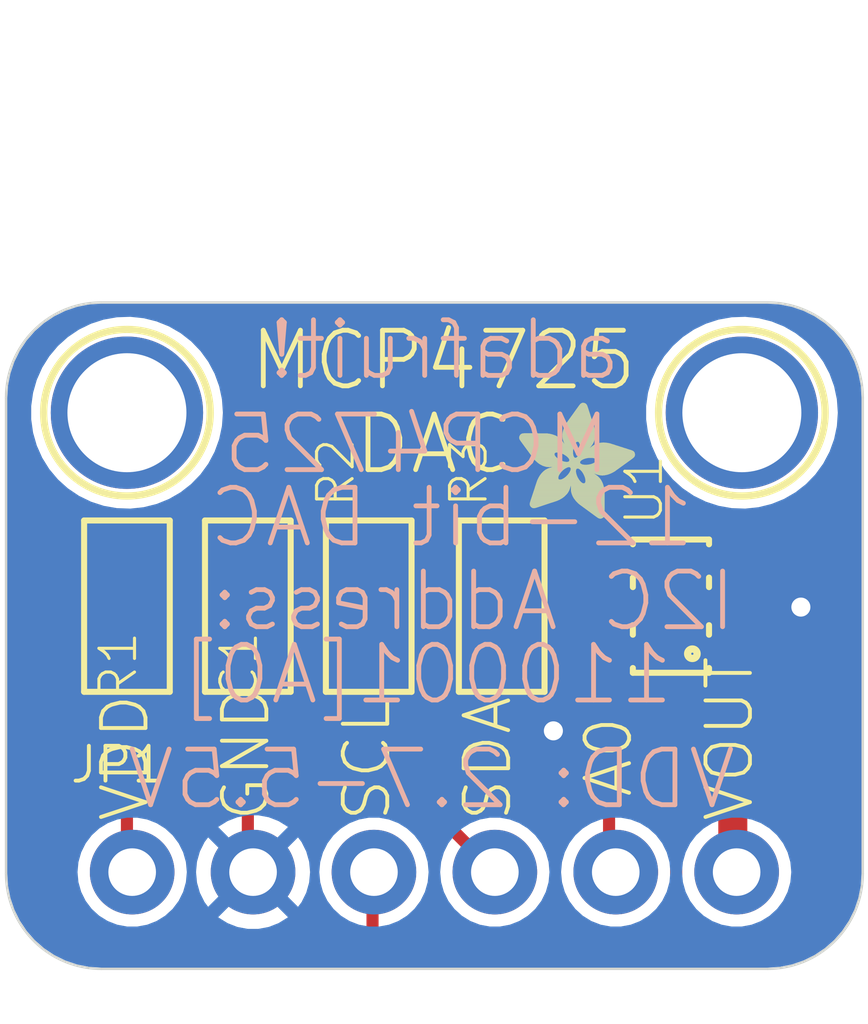
<source format=kicad_pcb>
(kicad_pcb (version 20221018) (generator pcbnew)
  (layers (0 "F.Cu" signal) (31 "B.Cu" signal) (34 "B.Paste" user) (35 "F.Paste" user) (36 "B.SilkS" user "B.Silkscreen") (37 "F.SilkS" user "F.Silkscreen") (38 "B.Mask" user) (39 "F.Mask" user) (44 "Edge.Cuts" user))
  (net 0 "")
  (net 1 "SCL")
  (net 2 "SDA")
  (net 3 "VDD")
  (net 4 "GND")
  (net 5 "VOUT")
  (net 6 "A0")
  (footprint "working:ADAFRUIT_2.5MM" (layer "F.Cu") (at 150.2811 102.5436)
    (fp_text reference "U$11" hide)
    (fp_text value "" hide)
  )
  (footprint "working:MOUNTINGHOLE_2.5_PLATED" (layer "F.Cu") (at 142.0411 100.3196)
    (fp_text reference "U$7" hide)
    (fp_text value "MOUNTINGHOLE2.5" hide)
    (pad "P$1" thru_hole circle (at 0 0) (size 3.2 3.2) (drill 2.5) (layers "*.Cu" "*.Mask"))
    (zone (net 0) (net_name "") (layer "B.Cu") (connect_pads (clearance 0)) (min_thickness 0.25)
      (keepout (tracks not_allowed) (vias not_allowed) (pads not_allowed) (copperpour not_allowed) (footprints allowed))
      (fill (thermal_gap 0.5) (thermal_bridge_width 0.5))
      (polygon (pts (xy 144.0571 100.3196) (xy 144.03748 100.039027) (xy 143.979004 99.763915) (xy 143.882808 99.499619) (xy 143.750765 99.251283) (xy 143.585446 99.02374) (xy 143.390067 98.82142) (xy 143.168433 98.64826) (xy 142.924856 98.507631) (xy 142.664078 98.40227) (xy 142.391175 98.334228) (xy 142.111457 98.304828) (xy 141.830371 98.314644) (xy 141.553385 98.363484) (xy 141.285893 98.450397) (xy 141.0331 98.573693) (xy 140.799926 98.73097) (xy 140.590911 98.919169) (xy 140.410122 99.134625) (xy 140.261078 99.373145) (xy 140.14668 99.630087) (xy 140.069154 99.90045) (xy 140.030011 100.178971) (xy 140.030011 100.460229) (xy 140.069154 100.73875) (xy 140.14668 101.009113) (xy 140.261078 101.266055) (xy 140.410122 101.504575) (xy 140.590911 101.720031) (xy 140.799926 101.90823) (xy 141.0331 102.065507) (xy 141.285893 102.188803) (xy 141.553385 102.275716) (xy 141.830371 102.324556) (xy 142.111457 102.334372) (xy 142.391175 102.304972) (xy 142.664078 102.23693) (xy 142.924856 102.131569) (xy 143.168433 101.99094) (xy 143.390067 101.81778) (xy 143.585446 101.61546) (xy 143.750765 101.387917) (xy 143.882808 101.139581) (xy 143.979004 100.875285) (xy 144.03748 100.600173)))
      (polygon (pts (xy 142.0251 100.3196) (xy 142.029786 100.330914) (xy 142.0411 100.3356) (xy 142.052414 100.330914) (xy 142.0571 100.3196) (xy 142.052414 100.308286) (xy 142.0411 100.3036) (xy 142.029786 100.308286)))
    )
  )
  (footprint "working:FIDUCIAL_1MM" (layer "F.Cu") (at 156.3171 108.1916)
    (fp_text reference "FID1" hide)
    (fp_text value "FIDUCIAL\"\"" hide)
    (pad "1" smd roundrect (at 0 0) (size 1 1) (layers "F.Cu") (roundrect_rratio 0.5))
  )
  (footprint "working:0805" (layer "F.Cu") (at 142.0411 104.3836 -90)
    (fp_text reference "R1" (at 2.032 -0.254 -90) (layer "F.SilkS") (effects (font (size 0.747776 0.747776) (thickness 0.065024)) (justify left bottom)))
    (fp_text value "10K")
    (pad "1" smd rect (at -0.95 0 270) (size 1.3 1.5) (layers "F.Cu" "F.Paste" "F.Mask") (net 1 "SCL"))
    (pad "2" smd rect (at 0.95 0 270) (size 1.3 1.5) (layers "F.Cu" "F.Paste" "F.Mask") (net 3 "VDD"))
  )
  (footprint "working:MOUNTINGHOLE_2.5_PLATED" (layer "F.Cu") (at 154.9611 100.3196)
    (fp_text reference "U$8" hide)
    (fp_text value "MOUNTINGHOLE2.5" hide)
    (pad "P$1" thru_hole circle (at 0 0) (size 3.2 3.2) (drill 2.5) (layers "*.Cu" "*.Mask"))
    (zone (net 0) (net_name "") (layer "B.Cu") (connect_pads (clearance 0)) (min_thickness 0.25)
      (keepout (tracks not_allowed) (vias not_allowed) (pads not_allowed) (copperpour not_allowed) (footprints allowed))
      (fill (thermal_gap 0.5) (thermal_bridge_width 0.5))
      (polygon (pts (xy 156.9771 100.3196) (xy 156.95748 100.039027) (xy 156.899004 99.763915) (xy 156.802808 99.499619) (xy 156.670765 99.251283) (xy 156.505446 99.02374) (xy 156.310067 98.82142) (xy 156.088433 98.64826) (xy 155.844856 98.507631) (xy 155.584078 98.40227) (xy 155.311175 98.334228) (xy 155.031457 98.304828) (xy 154.750371 98.314644) (xy 154.473385 98.363484) (xy 154.205893 98.450397) (xy 153.9531 98.573693) (xy 153.719926 98.73097) (xy 153.510911 98.919169) (xy 153.330122 99.134625) (xy 153.181078 99.373145) (xy 153.06668 99.630087) (xy 152.989154 99.90045) (xy 152.950011 100.178971) (xy 152.950011 100.460229) (xy 152.989154 100.73875) (xy 153.06668 101.009113) (xy 153.181078 101.266055) (xy 153.330122 101.504575) (xy 153.510911 101.720031) (xy 153.719926 101.90823) (xy 153.9531 102.065507) (xy 154.205893 102.188803) (xy 154.473385 102.275716) (xy 154.750371 102.324556) (xy 155.031457 102.334372) (xy 155.311175 102.304972) (xy 155.584078 102.23693) (xy 155.844856 102.131569) (xy 156.088433 101.99094) (xy 156.310067 101.81778) (xy 156.505446 101.61546) (xy 156.670765 101.387917) (xy 156.802808 101.139581) (xy 156.899004 100.875285) (xy 156.95748 100.600173)))
      (polygon (pts (xy 154.9451 100.3196) (xy 154.949786 100.330914) (xy 154.9611 100.3356) (xy 154.972414 100.330914) (xy 154.9771 100.3196) (xy 154.972414 100.308286) (xy 154.9611 100.3036) (xy 154.949786 100.308286)))
    )
  )
  (footprint "working:0805" (layer "F.Cu") (at 149.9151 104.3836 90)
    (fp_text reference "R3" (at 2.032 -0.254 90) (layer "F.SilkS") (effects (font (size 0.747776 0.747776) (thickness 0.065024)) (justify left bottom)))
    (fp_text value "10K")
    (pad "1" smd rect (at -0.95 0 90) (size 1.3 1.5) (layers "F.Cu" "F.Paste" "F.Mask") (net 4 "GND"))
    (pad "2" smd rect (at 0.95 0 90) (size 1.3 1.5) (layers "F.Cu" "F.Paste" "F.Mask") (net 6 "A0"))
  )
  (footprint "working:SOT23-6" (layer "F.Cu") (at 153.4711 104.3836 90)
    (fp_text reference "U1" (at 1.651 -0.127 90) (layer "F.SilkS") (effects (font (size 0.747776 0.747776) (thickness 0.065024)) (justify left bottom)))
    (fp_text value "MCP4725A1T-E/CH")
    (pad "1" smd rect (at -0.95 1.3 90) (size 0.55 1.2) (layers "F.Cu" "F.Paste" "F.Mask") (net 5 "VOUT"))
    (pad "2" smd rect (at 0 1.3 90) (size 0.55 1.2) (layers "F.Cu" "F.Paste" "F.Mask") (net 4 "GND"))
    (pad "3" smd rect (at 0.95 1.3 90) (size 0.55 1.2) (layers "F.Cu" "F.Paste" "F.Mask") (net 3 "VDD"))
    (pad "4" smd rect (at 0.95 -1.3 90) (size 0.55 1.2) (layers "F.Cu" "F.Paste" "F.Mask") (net 2 "SDA"))
    (pad "5" smd rect (at 0 -1.3 90) (size 0.55 1.2) (layers "F.Cu" "F.Paste" "F.Mask") (net 1 "SCL"))
    (pad "6" smd rect (at -0.95 -1.3 90) (size 0.55 1.2) (layers "F.Cu" "F.Paste" "F.Mask") (net 6 "A0"))
  )
  (footprint "working:1X06_ROUND_70" (layer "F.Cu") (at 148.5011 109.9716)
    (fp_text reference "JP1" (at -7.6962 -1.8288) (layer "F.SilkS") (effects (font (size 0.73152 0.73152) (thickness 0.08128)) (justify left bottom)))
    (fp_text value "")
    (pad "1" thru_hole circle (at -6.35 0 90) (size 1.778 1.778) (drill 1) (layers "*.Cu" "*.Mask") (net 3 "VDD"))
    (pad "2" thru_hole circle (at -3.81 0 90) (size 1.778 1.778) (drill 1) (layers "*.Cu" "*.Mask") (net 4 "GND"))
    (pad "3" thru_hole circle (at -1.27 0 90) (size 1.778 1.778) (drill 1) (layers "*.Cu" "*.Mask") (net 1 "SCL"))
    (pad "4" thru_hole circle (at 1.27 0 90) (size 1.778 1.778) (drill 1) (layers "*.Cu" "*.Mask") (net 2 "SDA"))
    (pad "5" thru_hole circle (at 3.81 0 90) (size 1.778 1.778) (drill 1) (layers "*.Cu" "*.Mask") (net 6 "A0"))
    (pad "6" thru_hole circle (at 6.35 0 90) (size 1.778 1.778) (drill 1) (layers "*.Cu" "*.Mask") (net 5 "VOUT"))
  )
  (footprint "working:0805" (layer "F.Cu") (at 144.5811 104.3836 -90)
    (fp_text reference "C1" (at 2.032 -0.254 -90) (layer "F.SilkS") (effects (font (size 0.747776 0.747776) (thickness 0.065024)) (justify left bottom)))
    (fp_text value "1.0µF")
    (pad "1" smd rect (at -0.95 0 270) (size 1.3 1.5) (layers "F.Cu" "F.Paste" "F.Mask") (net 3 "VDD"))
    (pad "2" smd rect (at 0.95 0 270) (size 1.3 1.5) (layers "F.Cu" "F.Paste" "F.Mask") (net 4 "GND"))
  )
  (footprint "working:0805" (layer "F.Cu") (at 147.1211 104.3836 90)
    (fp_text reference "R2" (at 2.032 -0.254 90) (layer "F.SilkS") (effects (font (size 0.747776 0.747776) (thickness 0.065024)) (justify left bottom)))
    (fp_text value "10K")
    (pad "1" smd rect (at -0.95 0 90) (size 1.3 1.5) (layers "F.Cu" "F.Paste" "F.Mask") (net 2 "SDA"))
    (pad "2" smd rect (at 0.95 0 90) (size 1.3 1.5) (layers "F.Cu" "F.Paste" "F.Mask") (net 3 "VDD"))
  )
  (footprint "working:FIDUCIAL_1MM" (layer "F.Cu") (at 145.0891 101.3356)
    (fp_text reference "FID2" hide)
    (fp_text value "FIDUCIAL\"\"" hide)
    (pad "1" smd roundrect (at 0 0) (size 1 1) (layers "F.Cu") (roundrect_rratio 0.5))
  )
  (gr_arc (start 141.5011 112.0036) (mid 140.086886 111.417814) (end 139.5011 110.0036) (stroke (width 0.05)) (layer "Edge.Cuts"))
  (gr_arc (start 155.5011 98.0036) (mid 156.915314 98.589386) (end 157.5011 100.0036) (stroke (width 0.05)) (layer "Edge.Cuts"))
  (gr_line (start 155.5011 112.0036) (end 141.5011 112.0036) (stroke (width 0.05)) (layer "Edge.Cuts"))
  (gr_arc (start 139.5011 100.0036) (mid 140.086886 98.589386) (end 141.5011 98.0036) (stroke (width 0.05)) (layer "Edge.Cuts"))
  (gr_line (start 157.5011 100.0036) (end 157.5011 110.0036) (stroke (width 0.05)) (layer "Edge.Cuts"))
  (gr_line (start 139.5011 110.0036) (end 139.5011 100.0036) (stroke (width 0.05)) (layer "Edge.Cuts"))
  (gr_line (start 141.5011 98.0036) (end 155.5011 98.0036) (stroke (width 0.05)) (layer "Edge.Cuts"))
  (gr_arc (start 157.5011 110.0036) (mid 156.915314 111.417814) (end 155.5011 112.0036) (stroke (width 0.05)) (layer "Edge.Cuts"))
  (gr_text "MCP4725" (at 152.2611 101.6636) (layer "B.SilkS") (effects (font (size 1.1684 1.1684) (thickness 0.1016)) (justify left bottom mirror)))
  (gr_text "12-bit DAC" (at 154.0211 103.2036) (layer "B.SilkS") (effects (font (size 1.1684 1.1684) (thickness 0.1016)) (justify left bottom mirror)))
  (gr_text "110001[A0]" (at 153.5811 106.5036) (layer "B.SilkS") (effects (font (size 1.1684 1.1684) (thickness 0.1016)) (justify left bottom mirror)))
  (gr_text "I2C Address:" (at 154.9011 104.9636) (layer "B.SilkS") (effects (font (size 1.1684 1.1684) (thickness 0.1016)) (justify left bottom mirror)))
  (gr_text "VDD: 2.7-5.5V" (at 154.9011 108.7036) (layer "B.SilkS") (effects (font (size 1.1684 1.1684) (thickness 0.1016)) (justify left bottom mirror)))
  (gr_text "adafruit!" (at 152.4811 99.6836) (layer "B.SilkS") (effects (font (size 1.1684 1.1684) (thickness 0.1016)) (justify left bottom mirror)))
  (gr_text "SDA" (at 150.1691 108.9556 90) (layer "F.SilkS") (effects (font (size 0.93472 0.93472) (thickness 0.08128)) (justify left bottom)))
  (gr_text "VDD" (at 142.5491 108.9556 90) (layer "F.SilkS") (effects (font (size 0.93472 0.93472) (thickness 0.08128)) (justify left bottom)))
  (gr_text "VOUT" (at 155.2491 108.9556 90) (layer "F.SilkS") (effects (font (size 0.93472 0.93472) (thickness 0.08128)) (justify left bottom)))
  (gr_text "DAC" (at 146.7611 101.6636) (layer "F.SilkS") (effects (font (size 1.1684 1.1684) (thickness 0.1016)) (justify left bottom)))
  (gr_text "A0" (at 152.7091 108.4476 90) (layer "F.SilkS") (effects (font (size 0.93472 0.93472) (thickness 0.08128)) (justify left bottom)))
  (gr_text "SCL" (at 147.6291 108.9556 90) (layer "F.SilkS") (effects (font (size 0.93472 0.93472) (thickness 0.08128)) (justify left bottom)))
  (gr_text "GND" (at 145.0891 108.9556 90) (layer "F.SilkS") (effects (font (size 0.93472 0.93472) (thickness 0.08128)) (justify left bottom)))
  (gr_text "MCP4725" (at 144.5611 99.9036) (layer "F.SilkS") (effects (font (size 1.1684 1.1684) (thickness 0.1016)) (justify left bottom)))
  (segment (start 153.5811 104.5236) (end 153.5811 111.1236) (width 0.254) (layer "F.Cu") (net 1))
  (segment (start 142.0411 103.4336) (end 140.8111 103.4336) (width 0.254) (layer "F.Cu") (net 1))
  (segment (start 140.8111 103.4336) (end 140.6011 103.6436) (width 0.254) (layer "F.Cu") (net 1))
  (segment (start 141.4811 111.3436) (end 146.9811 111.3436) (width 0.254) (layer "F.Cu") (net 1))
  (segment (start 140.6011 103.6436) (end 140.6011 110.4636) (width 0.254) (layer "F.Cu") (net 1))
  (segment (start 152.1711 104.3836) (end 153.4411 104.3836) (width 0.254) (layer "F.Cu") (net 1))
  (segment (start 147.6411 111.3436) (end 147.4211 111.3436) (width 0.254) (layer "F.Cu") (net 1))
  (segment (start 140.6011 110.4636) (end 141.4811 111.3436) (width 0.254) (layer "F.Cu") (net 1))
  (segment (start 147.2011 111.1236) (end 147.2011 111.3436) (width 0.254) (layer "F.Cu") (net 1))
  (segment (start 153.4411 104.3836) (end 153.5811 104.5236) (width 0.254) (layer "F.Cu") (net 1))
  (segment (start 153.5811 111.1236) (end 153.3611 111.3436) (width 0.254) (layer "F.Cu") (net 1))
  (segment (start 153.3611 111.3436) (end 147.6411 111.3436) (width 0.254) (layer "F.Cu") (net 1))
  (segment (start 146.9811 111.3436) (end 147.2011 111.3436) (width 0.254) (layer "F.Cu") (net 1))
  (segment (start 147.2011 110.0016) (end 147.2311 109.9716) (width 0.254) (layer "F.Cu") (net 1))
  (segment (start 147.2011 111.1236) (end 147.2011 110.0016) (width 0.254) (layer "F.Cu") (net 1))
  (segment (start 147.2011 111.3436) (end 147.6411 111.3436) (width 0.254) (layer "F.Cu") (net 1))
  (segment (start 148.6451 105.1456) (end 148.3911 105.3996) (width 0.254) (layer "F.Cu") (net 2))
  (segment (start 152.1711 103.4336) (end 152.1711 102.5756) (width 0.254) (layer "F.Cu") (net 2))
  (segment (start 151.6931 102.0976) (end 148.8991 102.0976) (width 0.254) (layer "F.Cu") (net 2))
  (segment (start 148.3911 105.3996) (end 147.1871 105.3996) (width 0.254) (layer "F.Cu") (net 2))
  (segment (start 148.8991 102.0976) (end 148.6451 102.3516) (width 0.254) (layer "F.Cu") (net 2))
  (segment (start 152.1711 102.5756) (end 151.6931 102.0976) (width 0.254) (layer "F.Cu") (net 2))
  (segment (start 147.1211 105.3336) (end 147.1211 107.3216) (width 0.254) (layer "F.Cu") (net 2))
  (segment (start 147.1211 107.3216) (end 149.7711 109.9716) (width 0.254) (layer "F.Cu") (net 2))
  (segment (start 147.1871 105.3996) (end 147.1211 105.3336) (width 0.254) (layer "F.Cu") (net 2))
  (segment (start 148.6451 102.3516) (end 148.6451 105.1456) (width 0.254) (layer "F.Cu") (net 2))
  (segment (start 153.2171 102.6056) (end 152.2011 101.5896) (width 0.254) (layer "F.Cu") (net 3))
  (segment (start 147.1211 102.0976) (end 147.1211 103.4336) (width 0.254) (layer "F.Cu") (net 3))
  (segment (start 143.5651 103.3676) (end 144.5151 103.3676) (width 0.254) (layer "F.Cu") (net 3))
  (segment (start 142.0411 105.3336) (end 143.1231 105.3336) (width 0.254) (layer "F.Cu") (net 3))
  (segment (start 154.7711 103.4336) (end 154.7711 102.8896) (width 0.254) (layer "F.Cu") (net 3))
  (segment (start 152.2011 101.5896) (end 147.6291 101.5896) (width 0.254) (layer "F.Cu") (net 3))
  (segment (start 143.3111 103.6216) (end 143.5651 103.3676) (width 0.254) (layer "F.Cu") (net 3))
  (segment (start 142.0411 105.3336) (end 142.0411 109.8616) (width 0.254) (layer "F.Cu") (net 3))
  (segment (start 143.3111 105.1456) (end 143.3111 103.6216) (width 0.254) (layer "F.Cu") (net 3))
  (segment (start 154.7711 102.8896) (end 154.4871 102.6056) (width 0.254) (layer "F.Cu") (net 3))
  (segment (start 144.5151 103.3676) (end 144.5811 103.4336) (width 0.254) (layer "F.Cu") (net 3))
  (segment (start 144.5811 103.4336) (end 147.1211 103.4336) (width 0.254) (layer "F.Cu") (net 3))
  (segment (start 142.0411 109.8616) (end 142.1511 109.9716) (width 0.254) (layer "F.Cu") (net 3))
  (segment (start 154.4871 102.6056) (end 153.2171 102.6056) (width 0.254) (layer "F.Cu") (net 3))
  (segment (start 147.6291 101.5896) (end 147.1211 102.0976) (width 0.254) (layer "F.Cu") (net 3))
  (segment (start 143.1231 105.3336) (end 143.3111 105.1456) (width 0.254) (layer "F.Cu") (net 3))
  (segment (start 154.7711 104.3836) (end 156.1811 104.3836) (width 0.254) (layer "F.Cu") (net 4))
  (segment (start 149.9151 105.3336) (end 149.9151 105.9176) (width 0.254) (layer "F.Cu") (net 4))
  (segment (start 144.5811 109.8616) (end 144.6911 109.9716) (width 0.254) (layer "F.Cu") (net 4))
  (segment (start 156.1811 104.3836) (end 156.2011 104.4036) (width 0.254) (layer "F.Cu") (net 4))
  (segment (start 144.5811 105.3336) (end 144.5811 109.8616) (width 0.254) (layer "F.Cu") (net 4))
  (segment (start 149.9151 105.9176) (end 151.0011 107.0036) (width 0.254) (layer "F.Cu") (net 4))
  (via (at 151.0011 107.0036) (size 0.908) (drill 0.4) (layers "F.Cu" "B.Cu") (net 4))
  (via (at 156.2011 104.4036) (size 0.908) (drill 0.4) (layers "F.Cu" "B.Cu") (net 4))
  (segment (start 151.0011 107.0036) (end 151.0011 107.2036) (width 0.254) (layer "B.Cu") (net 4))
  (segment (start 156.2011 104.4036) (end 156.2011 104.2036) (width 0.254) (layer "B.Cu") (net 4))
  (segment (start 154.7711 109.8916) (end 154.8511 109.9716) (width 0.6096) (layer "F.Cu") (net 5))
  (segment (start 154.7711 105.3336) (end 154.7711 109.8916) (width 0.6096) (layer "F.Cu") (net 5))
  (segment (start 152.1711 109.8316) (end 152.3111 109.9716) (width 0.254) (layer "F.Cu") (net 6))
  (segment (start 151.1851 105.1456) (end 151.1851 103.6216) (width 0.254) (layer "F.Cu") (net 6))
  (segment (start 152.1711 105.3336) (end 152.1711 109.1796) (width 0.254) (layer "F.Cu") (net 6))
  (segment (start 151.1851 103.6216) (end 150.9311 103.3676) (width 0.254) (layer "F.Cu") (net 6))
  (segment (start 152.1711 109.1796) (end 152.1711 109.8316) (width 0.254) (layer "F.Cu") (net 6))
  (segment (start 149.9811 103.3676) (end 149.9151 103.4336) (width 0.254) (layer "F.Cu") (net 6))
  (segment (start 151.3731 105.3336) (end 151.1851 105.1456) (width 0.254) (layer "F.Cu") (net 6))
  (segment (start 152.1711 105.3336) (end 151.3731 105.3336) (width 0.254) (layer "F.Cu") (net 6))
  (segment (start 150.9311 103.3676) (end 149.9811 103.3676) (width 0.254) (layer "F.Cu") (net 6))
  (zone (net 4) (net_name "GND") (layer "B.Cu") (priority 6) (connect_pads (clearance 0.254)) (min_thickness 0.127) (fill yes (thermal_gap 0.304) (thermal_bridge_width 0.304))
    (polygon (pts (xy 157.6281 112.1306) (xy 139.3741 112.1306) (xy 139.3741 97.8766) (xy 157.6281 97.8766)))
  )
)
</source>
